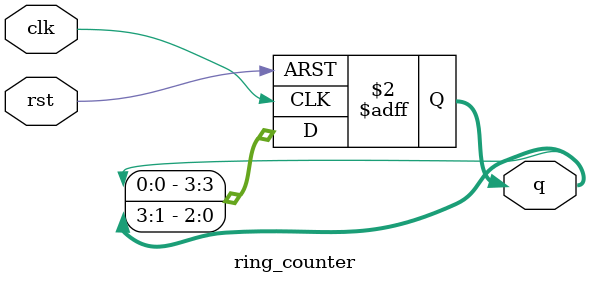
<source format=v>
module ring_counter(q,clk,rst);
output [3:0] q;
input clk,rst;
reg [3:0] q;

always@(posedge clk or posedge rst)
begin
if(rst)
q<=4'b0001;
else
q<={q[0],q[3:1]};
end

endmodule
</source>
